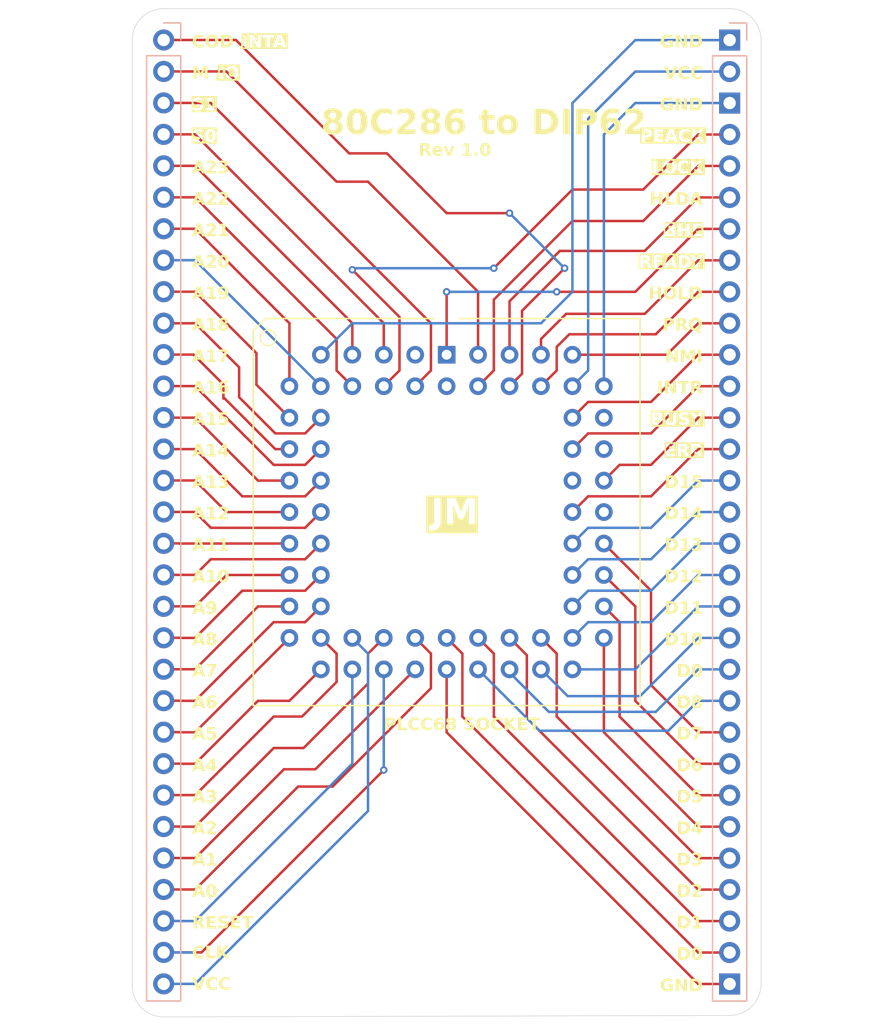
<source format=kicad_pcb>
(kicad_pcb (version 20241229) (generator "pcbnew") (generator_version "9.0")
  (layers (0 "F.Cu" signal) (2 "B.Cu" signal) (13 "F.Paste" user) (15 "B.Paste" user) (5 "F.SilkS" user "F.Silkscreen") (7 "B.SilkS" user "B.Silkscreen") (1 "F.Mask" user) (3 "B.Mask" user) (25 "Edge.Cuts" user))
  (net 0 "")
  (net 1 "1")
  (net 2 "4")
  (net 3 "5")
  (net 4 "6")
  (net 5 "7")
  (net 6 "8")
  (net 7 "9")
  (net 8 "10")
  (net 9 "11")
  (net 10 "12")
  (net 11 "13")
  (net 12 "14")
  (net 13 "15")
  (net 14 "16")
  (net 15 "17")
  (net 16 "18")
  (net 17 "19")
  (net 18 "20")
  (net 19 "21")
  (net 20 "22")
  (net 21 "23")
  (net 22 "24")
  (net 23 "25")
  (net 24 "26")
  (net 25 "27")
  (net 26 "28")
  (net 27 "29")
  (net 28 "30")
  (net 29 "31")
  (net 30 "32")
  (net 31 "33")
  (net 32 "34")
  (net 33 "35")
  (net 34 "36")
  (net 35 "37")
  (net 36 "38")
  (net 37 "39")
  (net 38 "40")
  (net 39 "41")
  (net 40 "42")
  (net 41 "44")
  (net 42 "43")
  (net 43 "45")
  (net 44 "47")
  (net 45 "46")
  (net 46 "48")
  (net 47 "49")
  (net 48 "50")
  (net 49 "51")
  (net 50 "53")
  (net 51 "54")
  (net 52 "57")
  (net 53 "59")
  (net 54 "60")
  (net 55 "61")
  (net 56 "62")
  (net 57 "66")
  (net 58 "67")
  (net 59 "63")
  (net 60 "64")
  (net 61 "65")
  (net 62 "68")
  (footprint "Package_LCC:PLCC-68_THT-Socket" (layer "F.Cu") (at 73.66 75.36)
    (property "Reference" " " (hide yes))
    (property "Value" "PLCC-68_THT-Socket")
    (fp_line (start -15.625 -1.925) (end -15.625 28.325) (stroke (width 0.12)) (layer "F.SilkS"))
    (fp_line (start -15.625 28.325) (end 15.625 28.325) (stroke (width 0.12)) (layer "F.SilkS"))
    (fp_line (start -14.625 -2.925) (end -15.625 -1.925) (stroke (width 0.12)) (layer "F.SilkS"))
    (fp_line (start -1 -2.925) (end -14.625 -2.925) (stroke (width 0.12)) (layer "F.SilkS"))
    (fp_line (start 15.625 -2.925) (end 1 -2.925) (stroke (width 0.12)) (layer "F.SilkS"))
    (fp_line (start 15.625 28.325) (end 15.625 -2.925) (stroke (width 0.12)) (layer "F.SilkS"))
    (pad "1" thru_hole rect (at 0 0) (size 1.4224 1.4224) (drill 0.8) (layers "*.Cu" "*.Mask") (net 1 "1"))
    (pad "2" thru_hole circle (at 0 2.54) (size 1.4224 1.4224) (drill 0.8) (layers "*.Cu" "*.Mask"))
    (pad "3" thru_hole circle (at -2.54 0) (size 1.4224 1.4224) (drill 0.8) (layers "*.Cu" "*.Mask"))
    (pad "4" thru_hole circle (at -2.54 2.54) (size 1.4224 1.4224) (drill 0.8) (layers "*.Cu" "*.Mask") (net 2 "4"))
    (pad "5" thru_hole circle (at -5.08 0) (size 1.4224 1.4224) (drill 0.8) (layers "*.Cu" "*.Mask") (net 3 "5"))
    (pad "6" thru_hole circle (at -5.08 2.54) (size 1.4224 1.4224) (drill 0.8) (layers "*.Cu" "*.Mask") (net 4 "6"))
    (pad "7" thru_hole circle (at -7.62 0) (size 1.4224 1.4224) (drill 0.8) (layers "*.Cu" "*.Mask") (net 5 "7"))
    (pad "8" thru_hole circle (at -7.62 2.54) (size 1.4224 1.4224) (drill 0.8) (layers "*.Cu" "*.Mask") (net 6 "8"))
    (pad "9" thru_hole circle (at -10.16 0) (size 1.4224 1.4224) (drill 0.8) (layers "*.Cu" "*.Mask") (net 7 "9"))
    (pad "10" thru_hole circle (at -12.7 2.54) (size 1.4224 1.4224) (drill 0.8) (layers "*.Cu" "*.Mask") (net 8 "10"))
    (pad "11" thru_hole circle (at -10.16 2.54) (size 1.4224 1.4224) (drill 0.8) (layers "*.Cu" "*.Mask") (net 9 "11"))
    (pad "12" thru_hole circle (at -12.7 5.08) (size 1.4224 1.4224) (drill 0.8) (layers "*.Cu" "*.Mask") (net 10 "12"))
    (pad "13" thru_hole circle (at -10.16 5.08) (size 1.4224 1.4224) (drill 0.8) (layers "*.Cu" "*.Mask") (net 11 "13"))
    (pad "14" thru_hole circle (at -12.7 7.62) (size 1.4224 1.4224) (drill 0.8) (layers "*.Cu" "*.Mask") (net 12 "14"))
    (pad "15" thru_hole circle (at -10.16 7.62) (size 1.4224 1.4224) (drill 0.8) (layers "*.Cu" "*.Mask") (net 13 "15"))
    (pad "16" thru_hole circle (at -12.7 10.16) (size 1.4224 1.4224) (drill 0.8) (layers "*.Cu" "*.Mask") (net 14 "16"))
    (pad "17" thru_hole circle (at -10.16 10.16) (size 1.4224 1.4224) (drill 0.8) (layers "*.Cu" "*.Mask") (net 15 "17"))
    (pad "18" thru_hole circle (at -12.7 12.7) (size 1.4224 1.4224) (drill 0.8) (layers "*.Cu" "*.Mask") (net 16 "18"))
    (pad "19" thru_hole circle (at -10.16 12.7) (size 1.4224 1.4224) (drill 0.8) (layers "*.Cu" "*.Mask") (net 17 "19"))
    (pad "20" thru_hole circle (at -12.7 15.24) (size 1.4224 1.4224) (drill 0.8) (layers "*.Cu" "*.Mask") (net 18 "20"))
    (pad "21" thru_hole circle (at -10.16 15.24) (size 1.4224 1.4224) (drill 0.8) (layers "*.Cu" "*.Mask") (net 19 "21"))
    (pad "22" thru_hole circle (at -12.7 17.78) (size 1.4224 1.4224) (drill 0.8) (layers "*.Cu" "*.Mask") (net 20 "22"))
    (pad "23" thru_hole circle (at -10.16 17.78) (size 1.4224 1.4224) (drill 0.8) (layers "*.Cu" "*.Mask") (net 21 "23"))
    (pad "24" thru_hole circle (at -12.7 20.32) (size 1.4224 1.4224) (drill 0.8) (layers "*.Cu" "*.Mask") (net 22 "24"))
    (pad "25" thru_hole circle (at -10.16 20.32) (size 1.4224 1.4224) (drill 0.8) (layers "*.Cu" "*.Mask") (net 23 "25"))
    (pad "26" thru_hole circle (at -12.7 22.86) (size 1.4224 1.4224) (drill 0.8) (layers "*.Cu" "*.Mask") (net 24 "26"))
    (pad "27" thru_hole circle (at -10.16 25.4) (size 1.4224 1.4224) (drill 0.8) (layers "*.Cu" "*.Mask") (net 25 "27"))
    (pad "28" thru_hole circle (at -10.16 22.86) (size 1.4224 1.4224) (drill 0.8) (layers "*.Cu" "*.Mask") (net 26 "28"))
    (pad "29" thru_hole circle (at -7.62 25.4) (size 1.4224 1.4224) (drill 0.8) (layers "*.Cu" "*.Mask") (net 27 "29"))
    (pad "30" thru_hole circle (at -7.62 22.86) (size 1.4224 1.4224) (drill 0.8) (layers "*.Cu" "*.Mask") (net 28 "30"))
    (pad "31" thru_hole circle (at -5.08 25.4) (size 1.4224 1.4224) (drill 0.8) (layers "*.Cu" "*.Mask") (net 29 "31"))
    (pad "32" thru_hole circle (at -5.08 22.86) (size 1.4224 1.4224) (drill 0.8) (layers "*.Cu" "*.Mask") (net 30 "32"))
    (pad "33" thru_hole circle (at -2.54 25.4) (size 1.4224 1.4224) (drill 0.8) (layers "*.Cu" "*.Mask") (net 31 "33"))
    (pad "34" thru_hole circle (at -2.54 22.86) (size 1.4224 1.4224) (drill 0.8) (layers "*.Cu" "*.Mask") (net 32 "34"))
    (pad "35" thru_hole circle (at 0 25.4) (size 1.4224 1.4224) (drill 0.8) (layers "*.Cu" "*.Mask") (net 33 "35"))
    (pad "36" thru_hole circle (at 0 22.86) (size 1.4224 1.4224) (drill 0.8) (layers "*.Cu" "*.Mask") (net 34 "36"))
    (pad "37" thru_hole circle (at 2.54 25.4) (size 1.4224 1.4224) (drill 0.8) (layers "*.Cu" "*.Mask") (net 35 "37"))
    (pad "38" thru_hole circle (at 2.54 22.86) (size 1.4224 1.4224) (drill 0.8) (layers "*.Cu" "*.Mask") (net 36 "38"))
    (pad "39" thru_hole circle (at 5.08 25.4) (size 1.4224 1.4224) (drill 0.8) (layers "*.Cu" "*.Mask") (net 37 "39"))
    (pad "40" thru_hole circle (at 5.08 22.86) (size 1.4224 1.4224) (drill 0.8) (layers "*.Cu" "*.Mask") (net 38 "40"))
    (pad "41" thru_hole circle (at 7.62 25.4) (size 1.4224 1.4224) (drill 0.8) (layers "*.Cu" "*.Mask") (net 39 "41"))
    (pad "42" thru_hole circle (at 7.62 22.86) (size 1.4224 1.4224) (drill 0.8) (layers "*.Cu" "*.Mask") (net 40 "42"))
    (pad "43" thru_hole circle (at 10.16 25.4) (size 1.4224 1.4224) (drill 0.8) (layers "*.Cu" "*.Mask") (net 42 "43"))
    (pad "44" thru_hole circle (at 12.7 22.86) (size 1.4224 1.4224) (drill 0.8) (layers "*.Cu" "*.Mask") (net 41 "44"))
    (pad "45" thru_hole circle (at 10.16 22.86) (size 1.4224 1.4224) (drill 0.8) (layers "*.Cu" "*.Mask") (net 43 "45"))
    (pad "46" thru_hole circle (at 12.7 20.32) (size 1.4224 1.4224) (drill 0.8) (layers "*.Cu" "*.Mask") (net 45 "46"))
    (pad "47" thru_hole circle (at 10.16 20.32) (size 1.4224 1.4224) (drill 0.8) (layers "*.Cu" "*.Mask") (net 44 "47"))
    (pad "48" thru_hole circle (at 12.7 17.78) (size 1.4224 1.4224) (drill 0.8) (layers "*.Cu" "*.Mask") (net 46 "48"))
    (pad "49" thru_hole circle (at 10.16 17.78) (size 1.4224 1.4224) (drill 0.8) (layers "*.Cu" "*.Mask") (net 47 "49"))
    (pad "50" thru_hole circle (at 12.7 15.24) (size 1.4224 1.4224) (drill 0.8) (layers "*.Cu" "*.Mask") (net 48 "50"))
    (pad "51" thru_hole circle (at 10.16 15.24) (size 1.4224 1.4224) (drill 0.8) (layers "*.Cu" "*.Mask") (net 49 "51"))
    (pad "52" thru_hole circle (at 12.7 12.7) (size 1.4224 1.4224) (drill 0.8) (layers "*.Cu" "*.Mask"))
    (pad "53" thru_hole circle (at 10.16 12.7) (size 1.4224 1.4224) (drill 0.8) (layers "*.Cu" "*.Mask") (net 50 "53"))
    (pad "54" thru_hole circle (at 12.7 10.16) (size 1.4224 1.4224) (drill 0.8) (layers "*.Cu" "*.Mask") (net 51 "54"))
    (pad "55" thru_hole circle (at 10.16 10.16) (size 1.4224 1.4224) (drill 0.8) (layers "*.Cu" "*.Mask"))
    (pad "56" thru_hole circle (at 12.7 7.62) (size 1.4224 1.4224) (drill 0.8) (layers "*.Cu" "*.Mask"))
    (pad "57" thru_hole circle (at 10.16 7.62) (size 1.4224 1.4224) (drill 0.8) (layers "*.Cu" "*.Mask") (net 52 "57"))
    (pad "58" thru_hole circle (at 12.7 5.08) (size 1.4224 1.4224) (drill 0.8) (layers "*.Cu" "*.Mask"))
    (pad "59" thru_hole circle (at 10.16 5.08) (size 1.4224 1.4224) (drill 0.8) (layers "*.Cu" "*.Mask") (net 53 "59"))
    (pad "60" thru_hole circle (at 12.7 2.54) (size 1.4224 1.4224) (drill 0.8) (layers "*.Cu" "*.Mask") (net 54 "60"))
    (pad "61" thru_hole circle (at 10.16 0) (size 1.4224 1.4224) (drill 0.8) (layers "*.Cu" "*.Mask") (net 55 "61"))
    (pad "62" thru_hole circle (at 10.16 2.54) (size 1.4224 1.4224) (drill 0.8) (layers "*.Cu" "*.Mask") (net 56 "62"))
    (pad "63" thru_hole circle (at 7.62 0) (size 1.4224 1.4224) (drill 0.8) (layers "*.Cu" "*.Mask") (net 59 "63"))
    (pad "64" thru_hole circle (at 7.62 2.54) (size 1.4224 1.4224) (drill 0.8) (layers "*.Cu" "*.Mask") (net 60 "64"))
    (pad "65" thru_hole circle (at 5.08 0) (size 1.4224 1.4224) (drill 0.8) (layers "*.Cu" "*.Mask") (net 61 "65"))
    (pad "66" thru_hole circle (at 5.08 2.54) (size 1.4224 1.4224) (drill 0.8) (layers "*.Cu" "*.Mask") (net 57 "66"))
    (pad "67" thru_hole circle (at 2.54 0) (size 1.4224 1.4224) (drill 0.8) (layers "*.Cu" "*.Mask") (net 58 "67"))
    (pad "68" thru_hole circle (at 2.54 2.54) (size 1.4224 1.4224) (drill 0.8) (layers "*.Cu" "*.Mask") (net 62 "68"))
  )
  (footprint "Connector_PinHeader_2.54mm:PinHeader_1x31_P2.54mm_Vertical" (layer "B.Cu") (at 96.52 49.96 180)
    (property "Reference" "REF**")
    (property "Value" "PinHeader_1x31_P2.54mm_Vertical")
    (fp_line (start 1.38 -1.27) (end 1.38 -77.58) (stroke (width 0.12)) (layer "B.SilkS"))
    (fp_line (start -1.38 1.38) (end 0 1.38) (stroke (width 0.12)) (layer "B.SilkS"))
    (fp_line (start -1.38 0) (end -1.38 1.38) (stroke (width 0.12)) (layer "B.SilkS"))
    (fp_line (start -1.38 -1.27) (end 1.38 -1.27) (stroke (width 0.12)) (layer "B.SilkS"))
    (fp_line (start -1.38 -1.27) (end -1.38 -77.58) (stroke (width 0.12)) (layer "B.SilkS"))
    (fp_line (start -1.38 -77.58) (end 1.38 -77.58) (stroke (width 0.12)) (layer "B.SilkS"))
    (pad "32" thru_hole rect (at 0 -76.2 180) (size 1.7 1.7) (drill 1) (layers "*.Cu" "*.Mask") (net 33 "35"))
    (pad "33" thru_hole circle (at 0 -73.66 180) (size 1.7 1.7) (drill 1) (layers "*.Cu" "*.Mask") (net 34 "36"))
    (pad "34" thru_hole circle (at 0 -71.12 180) (size 1.7 1.7) (drill 1) (layers "*.Cu" "*.Mask") (net 36 "38"))
    (pad "35" thru_hole circle (at 0 -68.58 180) (size 1.7 1.7) (drill 1) (layers "*.Cu" "*.Mask") (net 38 "40"))
    (pad "36" thru_hole circle (at 0 -66.04 180) (size 1.7 1.7) (drill 1) (layers "*.Cu" "*.Mask") (net 40 "42"))
    (pad "37" thru_hole circle (at 0 -63.5 180) (size 1.7 1.7) (drill 1) (layers "*.Cu" "*.Mask") (net 41 "44"))
    (pad "38" thru_hole circle (at 0 -60.96 180) (size 1.7 1.7) (drill 1) (layers "*.Cu" "*.Mask") (net 45 "46"))
    (pad "39" thru_hole circle (at 0 -58.42 180) (size 1.7 1.7) (drill 1) (layers "*.Cu" "*.Mask") (net 46 "48"))
    (pad "40" thru_hole circle (at 0 -55.88 180) (size 1.7 1.7) (drill 1) (layers "*.Cu" "*.Mask") (net 48 "50"))
    (pad "41" thru_hole circle (at 0 -53.34 180) (size 1.7 1.7) (drill 1) (layers "*.Cu" "*.Mask") (net 35 "37"))
    (pad "42" thru_hole circle (at 0 -50.8 180) (size 1.7 1.7) (drill 1) (layers "*.Cu" "*.Mask") (net 37 "39"))
    (pad "43" thru_hole circle (at 0 -48.26 180) (size 1.7 1.7) (drill 1) (layers "*.Cu" "*.Mask") (net 39 "41"))
    (pad "44" thru_hole circle (at 0 -45.72 180) (size 1.7 1.7) (drill 1) (layers "*.Cu" "*.Mask") (net 42 "43"))
    (pad "45" thru_hole circle (at 0 -43.18 180) (size 1.7 1.7) (drill 1) (layers "*.Cu" "*.Mask") (net 43 "45"))
    (pad "46" thru_hole circle (at 0 -40.64 180) (size 1.7 1.7) (drill 1) (layers "*.Cu" "*.Mask") (net 44 "47"))
    (pad "47" thru_hole circle (at 0 -38.1 180) (size 1.7 1.7) (drill 1) (layers "*.Cu" "*.Mask") (net 47 "49"))
    (pad "48" thru_hole circle (at 0 -35.56 180) (size 1.7 1.7) (drill 1) (layers "*.Cu" "*.Mask") (net 49 "51"))
    (pad "49" thru_hole circle (at 0 -33.02 180) (size 1.7 1.7) (drill 1) (layers "*.Cu" "*.Mask") (net 50 "53"))
    (pad "50" thru_hole circle (at 0 -30.48 180) (size 1.7 1.7) (drill 1) (layers "*.Cu" "*.Mask") (net 51 "54"))
    (pad "51" thru_hole circle (at 0 -27.94 180) (size 1.7 1.7) (drill 1) (layers "*.Cu" "*.Mask") (net 52 "57"))
    (pad "52" thru_hole circle (at 0 -25.4 180) (size 1.7 1.7) (drill 1) (layers "*.Cu" "*.Mask") (net 53 "59"))
    (pad "53" thru_hole circle (at 0 -22.86 180) (size 1.7 1.7) (drill 1) (layers "*.Cu" "*.Mask") (net 55 "61"))
    (pad "54" thru_hole circle (at 0 -20.32 180) (size 1.7 1.7) (drill 1) (layers "*.Cu" "*.Mask") (net 60 "64"))
    (pad "55" thru_hole circle (at 0 -17.78 180) (size 1.7 1.7) (drill 1) (layers "*.Cu" "*.Mask") (net 59 "63"))
    (pad "56" thru_hole circle (at 0 -15.24 180) (size 1.7 1.7) (drill 1) (layers "*.Cu" "*.Mask") (net 1 "1"))
    (pad "57" thru_hole circle (at 0 -12.7 180) (size 1.7 1.7) (drill 1) (layers "*.Cu" "*.Mask") (net 61 "65"))
    (pad "58" thru_hole circle (at 0 -10.16 180) (size 1.7 1.7) (drill 1) (layers "*.Cu" "*.Mask") (net 62 "68"))
    (pad "59" thru_hole circle (at 0 -7.62 180) (size 1.7 1.7) (drill 1) (layers "*.Cu" "*.Mask") (net 4 "6"))
    (pad "60" thru_hole rect (at 0 -5.08 180) (size 1.7 1.7) (drill 1) (layers "*.Cu" "*.Mask") (net 54 "60"))
    (pad "61" thru_hole circle (at 0 -2.54 180) (size 1.7 1.7) (drill 1) (layers "*.Cu" "*.Mask") (net 56 "62"))
    (pad "62" thru_hole rect (at 0 0 180) (size 1.7 1.7) (drill 1) (layers "*.Cu" "*.Mask") (net 7 "9"))
  )
  (footprint "Connector_PinHeader_2.54mm:PinHeader_1x31_P2.54mm_Vertical" (layer "B.Cu") (at 50.8 49.95 180)
    (property "Reference" "REF**")
    (property "Value" "PinHeader_1x31_P2.54mm_Vertical")
    (fp_line (start 1.38 -1.27) (end 1.38 -77.58) (stroke (width 0.12)) (layer "B.SilkS"))
    (fp_line (start -1.38 1.38) (end 0 1.38) (stroke (width 0.12)) (layer "B.SilkS"))
    (fp_line (start -1.38 0) (end -1.38 1.38) (stroke (width 0.12)) (layer "B.SilkS"))
    (fp_line (start -1.38 -1.27) (end 1.38 -1.27) (stroke (width 0.12)) (layer "B.SilkS"))
    (fp_line (start -1.38 -1.27) (end -1.38 -77.58) (stroke (width 0.12)) (layer "B.SilkS"))
    (fp_line (start -1.38 -77.58) (end 1.38 -77.58) (stroke (width 0.12)) (layer "B.SilkS"))
    (pad "1" thru_hole circle (at 0 0 180) (size 1.7 1.7) (drill 1) (property pad_prop_mechanical) (layers "*.Cu" "*.Mask") (net 57 "66"))
    (pad "2" thru_hole circle (at 0 -2.54 180) (size 1.7 1.7) (drill 1) (layers "*.Cu" "*.Mask") (net 58 "67"))
    (pad "3" thru_hole circle (at 0 -5.08 180) (size 1.7 1.7) (drill 1) (layers "*.Cu" "*.Mask") (net 2 "4"))
    (pad "4" thru_hole circle (at 0 -7.62 180) (size 1.7 1.7) (drill 1) (layers "*.Cu" "*.Mask") (net 3 "5"))
    (pad "5" thru_hole circle (at 0 -10.16 180) (size 1.7 1.7) (drill 1) (layers "*.Cu" "*.Mask") (net 5 "7"))
    (pad "6" thru_hole circle (at 0 -12.7 180) (size 1.7 1.7) (drill 1) (layers "*.Cu" "*.Mask") (net 6 "8"))
    (pad "7" thru_hole circle (at 0 -15.24 180) (size 1.7 1.7) (drill 1) (layers "*.Cu" "*.Mask") (net 8 "10"))
    (pad "8" thru_hole circle (at 0 -17.78 180) (size 1.7 1.7) (drill 1) (layers "*.Cu" "*.Mask") (net 9 "11"))
    (pad "9" thru_hole circle (at 0 -20.32 180) (size 1.7 1.7) (drill 1) (layers "*.Cu" "*.Mask") (net 10 "12"))
    (pad "10" thru_hole circle (at 0 -22.86 180) (size 1.7 1.7) (drill 1) (layers "*.Cu" "*.Mask") (net 11 "13"))
    (pad "11" thru_hole circle (at 0 -25.4 180) (size 1.7 1.7) (drill 1) (layers "*.Cu" "*.Mask") (net 12 "14"))
    (pad "12" thru_hole circle (at 0 -27.94 180) (size 1.7 1.7) (drill 1) (layers "*.Cu" "*.Mask") (net 13 "15"))
    (pad "13" thru_hole circle (at 0 -30.48 180) (size 1.7 1.7) (drill 1) (layers "*.Cu" "*.Mask") (net 14 "16"))
    (pad "14" thru_hole circle (at 0 -33.02 180) (size 1.7 1.7) (drill 1) (layers "*.Cu" "*.Mask") (net 15 "17"))
    (pad "15" thru_hole circle (at 0 -35.56 180) (size 1.7 1.7) (drill 1) (layers "*.Cu" "*.Mask") (net 16 "18"))
    (pad "16" thru_hole circle (at 0 -38.1 180) (size 1.7 1.7) (drill 1) (layers "*.Cu" "*.Mask") (net 17 "19"))
    (pad "17" thru_hole circle (at 0 -40.64 180) (size 1.7 1.7) (drill 1) (layers "*.Cu" "*.Mask") (net 18 "20"))
    (pad "18" thru_hole circle (at 0 -43.18 180) (size 1.7 1.7) (drill 1) (layers "*.Cu" "*.Mask") (net 19 "21"))
    (pad "19" thru_hole circle (at 0 -45.72 180) (size 1.7 1.7) (drill 1) (layers "*.Cu" "*.Mask") (net 20 "22"))
    (pad "20" thru_hole circle (at 0 -48.26 180) (size 1.7 1.7) (drill 1) (layers "*.Cu" "*.Mask") (net 21 "23"))
    (pad "21" thru_hole circle (at 0 -50.8 180) (size 1.7 1.7) (drill 1) (layers "*.Cu" "*.Mask") (net 22 "24"))
    (pad "22" thru_hole circle (at 0 -53.34 180) (size 1.7 1.7) (drill 1) (layers "*.Cu" "*.Mask") (net 23 "25"))
    (pad "23" thru_hole circle (at 0 -55.88 180) (size 1.7 1.7) (drill 1) (layers "*.Cu" "*.Mask") (net 24 "26"))
    (pad "24" thru_hole circle (at 0 -58.42 180) (size 1.7 1.7) (drill 1) (layers "*.Cu" "*.Mask") (net 25 "27"))
    (pad "25" thru_hole circle (at 0 -60.96 180) (size 1.7 1.7) (drill 1) (layers "*.Cu" "*.Mask") (net 26 "28"))
    (pad "26" thru_hole circle (at 0 -63.5 180) (size 1.7 1.7) (drill 1) (layers "*.Cu" "*.Mask") (net 30 "32"))
    (pad "27" thru_hole circle (at 0 -66.04 180) (size 1.7 1.7) (drill 1) (layers "*.Cu" "*.Mask") (net 31 "33"))
    (pad "28" thru_hole circle (at 0 -68.58 180) (size 1.7 1.7) (drill 1) (layers "*.Cu" "*.Mask") (net 32 "34"))
    (pad "29" thru_hole circle (at 0 -71.12 180) (size 1.7 1.7) (drill 1) (layers "*.Cu" "*.Mask") (net 27 "29"))
    (pad "30" thru_hole circle (at 0 -73.66 180) (size 1.7 1.7) (drill 1) (layers "*.Cu" "*.Mask") (net 29 "31"))
    (pad "31" thru_hole circle (at 0 -76.2 180) (size 1.7 1.7) (drill 1) (layers "*.Cu" "*.Mask") (net 28 "30"))
  )
  (gr_circle (center 59.229132 73.997) (end 59.729132 74.385402) (stroke (width 0.1)) (fill no) (layer "F.SilkS"))
  (gr_arc (start 96.52 47.42) (mid 98.316051 48.163949) (end 99.06 49.96) (stroke (width 0.05)) (layer "Edge.Cuts"))
  (gr_line (start 50.8 47.42) (end 96.52 47.42) (stroke (width 0.05)) (layer "Edge.Cuts"))
  (gr_line (start 48.26 126.277) (end 48.26 49.96) (stroke (width 0.05)) (layer "Edge.Cuts"))
  (gr_arc (start 99.06 126.16) (mid 98.316051 127.956051) (end 96.52 128.7) (stroke (width 0.05)) (layer "Edge.Cuts"))
  (gr_arc (start 50.8 128.817) (mid 49.003949 128.073051) (end 48.26 126.277) (stroke (width 0.05)) (layer "Edge.Cuts"))
  (gr_line (start 99.06 126.16) (end 99.06 49.96) (stroke (width 0.05)) (layer "Edge.Cuts"))
  (gr_line (start 96.52 128.698755) (end 50.8 128.817) (stroke (width 0.05)) (layer "Edge.Cuts"))
  (gr_arc (start 48.26 49.96) (mid 49.003949 48.163949) (end 50.8 47.42) (stroke (width 0.05)) (layer "Edge.Cuts"))
  (gr_text "A12" (at 53.086 88.822 0) (layer "F.SilkS") (effects (font (size 1 1) (thickness 0.25) (bold yes)) (justify left bottom)))
  (gr_text "A10" (at 53.086 93.902 0) (layer "F.SilkS") (effects (font (size 1 1) (thickness 0.25) (bold yes)) (justify left bottom)))
  (gr_text "A13" (at 53.086 86.282 0) (layer "F.SilkS") (effects (font (size 1 1) (thickness 0.25) (bold yes)) (justify left bottom)))
  (gr_text "D12" (at 94.361 93.902 0) (layer "F.SilkS") (effects (font (size 1 1) (thickness 0.25) (bold yes)) (justify right bottom)))
  (gr_text "ERR" (at 94.361 83.742 0) (layer "F.SilkS" knockout) (effects (font (size 1 1) (thickness 0.25) (bold yes)) (justify right bottom)))
  (gr_text "A1" (at 53.086 116.762 0) (layer "F.SilkS") (effects (font (size 1 1) (thickness 0.25) (bold yes)) (justify left bottom)))
  (gr_text "80C286 to DIP62" (at 63.5 57.89 0) (layer "F.SilkS") (effects (font (size 2 2) (thickness 0.25) (bold yes)) (justify left bottom)))
  (gr_text "IO" (at 56.896 53.262 0) (layer "F.SilkS" knockout) (effects (font (size 1 1) (thickness 0.25) (bold yes)) (justify right bottom)))
  (gr_text "PRQ" (at 94.361 73.582 0) (layer "F.SilkS") (effects (font (size 1 1) (thickness 0.25) (bold yes)) (justify right bottom)))
  (gr_text "A11" (at 53.086 91.362 0) (layer "F.SilkS") (effects (font (size 1 1) (thickness 0.25) (bold yes)) (justify left bottom)))
  (gr_text "S1" (at 53.086 55.802 0) (layer "F.SilkS" knockout) (effects (font (size 1 1) (thickness 0.25) (bold yes)) (justify left bottom)))
  (gr_text "BHE" (at 91.186 65.962 0) (layer "F.SilkS" knockout) (effects (font (size 1 1) (thickness 0.25) (bold yes)) (justify left bottom)))
  (gr_text "D11" (at 94.361 96.442 0) (layer "F.SilkS") (effects (font (size 1 1) (thickness 0.25) (bold yes)) (justify right bottom)))
  (gr_text "A22" (at 53.086 63.422 0) (layer "F.SilkS") (effects (font (size 1 1) (thickness 0.25) (bold yes)) (justify left bottom)))
  (gr_text "A7" (at 53.086 101.522 0) (layer "F.SilkS") (effects (font (size 1 1) (thickness 0.25) (bold yes)) (justify left bottom)))
  (gr_text "D8" (at 94.361 104.062 0) (layer "F.SilkS") (effects (font (size 1 1) (thickness 0.25) (bold yes)) (justify right bottom)))
  (gr_text "JM" (at 72.39 89.33 0) (layer "F.SilkS" knockout) (effects (font (size 2 2) (thickness 0.2) (bold yes)) (justify left bottom)))
  (gr_text "D7" (at 94.361 106.602 0) (layer "F.SilkS") (effects (font (size 1 1) (thickness 0.25) (bold yes)) (justify right bottom)))
  (gr_text "S0" (at 53.086 58.342 0) (layer "F.SilkS" knockout) (effects (font (size 1 1) (thickness 0.25) (bold yes)) (justify left bottom)))
  (gr_text "A21" (at 53.086 65.962 0) (layer "F.SilkS") (effects (font (size 1 1) (thickness 0.25) (bold yes)) (justify left bottom)))
  (gr_text "VCC" (at 53.086 126.795 0) (layer "F.SilkS") (effects (font (size 1 1) (thickness 0.25) (bold yes)) (justify left bottom)))
  (gr_text "D0" (at 94.361 124.382 0) (layer "F.SilkS") (effects (font (size 1 1) (thickness 0.25) (bold yes)) (justify right bottom)))
  (gr_text "PEACK" (at 89.281 58.342 0) (layer "F.SilkS" knockout) (effects (font (size 1 1) (thickness 0.25) (bold yes)) (justify left bottom)))
  (gr_text "D6" (at 94.361 109.142 0) (layer "F.SilkS") (effects (font (size 1 1) (thickness 0.25) (bold yes)) (justify right bottom)))
  (gr_text "D13" (at 94.361 91.362 0) (layer "F.SilkS") (effects (font (size 1 1) (thickness 0.25) (bold yes)) (justify right bottom)))
  (gr_text "VCC" (at 94.361 53.262 0) (layer "F.SilkS") (effects (font (size 1 1) (thickness 0.25) (bold yes)) (justify right bottom)))
  (gr_text "A17" (at 53.086 76.122 0) (layer "F.SilkS") (effects (font (size 1 1) (thickness 0.25) (bold yes)) (justify left bottom)))
  (gr_text "D0" (at 94.361 101.522 0) (layer "F.SilkS") (effects (font (size 1 1) (thickness 0.25) (bold yes)) (justify right bottom)))
  (gr_text "LOCK" (at 94.361 60.882 0) (layer "F.SilkS" knockout) (effects (font (size 1 1) (thickness 0.25) (bold yes)) (justify right bottom)))
  (gr_text "BUSY" (at 94.361 81.202 0) (layer "F.SilkS" knockout) (effects (font (size 1 1) (thickness 0.25) (bold yes)) (justify right bottom)))
  (gr_text "A0" (at 53.086 119.302 0) (layer "F.SilkS") (effects (font (size 1 1) (thickness 0.25) (bold yes)) (justify left bottom)))
  (gr_text "A4" (at 53.086 109.142 0) (layer "F.SilkS") (effects (font (size 1 1) (thickness 0.25) (bold yes)) (justify left bottom)))
  (gr_text "NMI" (at 94.361 76.122 0) (layer "F.SilkS") (effects (font (size 1 1) (thickness 0.25) (bold yes)) (justify right bottom)))
  (gr_text "GND" (at 94.361 50.722 0) (layer "F.SilkS") (effects (font (size 1 1) (thickness 0.25) (bold yes)) (justify right bottom)))
  (gr_text "GND" (at 94.361 126.922 0) (layer "F.SilkS") (effects (font (size 1 1) (thickness 0.25) (bold yes)) (justify right bottom)))
  (gr_text "D15" (at 94.361 86.282 0) (layer "F.SilkS") (effects (font (size 1 1) (thickness 0.25) (bold yes)) (justify right bottom)))
  (gr_text "A6" (at 53.086 104.062 0) (layer "F.SilkS") (effects (font (size 1 1) (thickness 0.25) (bold yes)) (justify left bottom)))
  (gr_text "A15" (at 53.086 81.202 0) (layer "F.SilkS") (effects (font (size 1 1) (thickness 0.25) (bold yes)) (justify left bottom)))
  (gr_text "A20" (at 53.086 68.502 0) (layer "F.SilkS") (effects (font (size 1 1) (thickness 0.25) (bold yes)) (justify left bottom)))
  (gr_text "COD /" (at 53.086 50.722 0) (layer "F.SilkS") (effects (font (size 1 1) (thickness 0.2) (bold yes)) (justify left bottom)))
  (gr_text "D10\n" (at 94.361 98.982 0) (layer "F.SilkS") (effects (font (size 1 1) (thickness 0.25) (bold yes)) (justify right bottom)))
  (gr_text "INTA" (at 60.706 50.722 0) (layer "F.SilkS" knockout) (effects (font (size 1 1) (thickness 0.25) (bold yes)) (justify right bottom)))
  (gr_text "D2" (at 94.361 119.302 0) (layer "F.SilkS") (effects (font (size 1 1) (thickness 0.25) (bold yes)) (justify right bottom)))
  (gr_text "GND" (at 94.361 55.802 0) (layer "F.SilkS") (effects (font (size 1 1) (thickness 0.25) (bold yes)) (justify right bottom)))
  (gr_text "A16" (at 53.086 78.662 0) (layer "F.SilkS") (effects (font (size 1 1) (thickness 0.25) (bold yes)) (justify left bottom)))
  (gr_text "HOLD" (at 94.361 71.042 0) (layer "F.SilkS") (effects (font (size 1 1) (thickness 0.25) (bold yes)) (justify right bottom)))
  (gr_text "A8" (at 53.086 98.982 0) (layer "F.SilkS") (effects (font (size 1 1) (thickness 0.25) (bold yes)) (justify left bottom)))
  (gr_text "D5" (at 94.361 111.682 0) (layer "F.SilkS") (effects (font (size 1 1) (thickness 0.25) (bold yes)) (justify right bottom)))
  (gr_text "D1" (at 94.361 121.842 0) (layer "F.SilkS") (effects (font (size 1 1) (thickness 0.25) (bold yes)) (justify right bottom)))
  (gr_text "A14" (at 53.086 83.742 0) (layer "F.SilkS") (effects (font (size 1 1) (thickness 0.25) (bold yes)) (justify left bottom)))
  (gr_text "A2" (at 53.086 114.222 0) (layer "F.SilkS") (effects (font (size 1 1) (thickness 0.25) (bold yes)) (justify left bottom)))
  (gr_text "D14" (at 94.361 88.822 0) (layer "F.SilkS") (effects (font (size 1 1) (thickness 0.25) (bold yes)) (justify right bottom)))
  (gr_text "READY" (at 94.361 68.502 0) (layer "F.SilkS" knockout) (effects (font (size 1 1) (thickness 0.25) (bold yes)) (justify right bottom)))
  (gr_text "D3" (at 94.361 116.762 0) (layer "F.SilkS") (effects (font (size 1 1) (thickness 0.25) (bold yes)) (justify right bottom)))
  (gr_text "A9" (at 53.086 96.442 0) (layer "F.SilkS") (effects (font (size 1 1) (thickness 0.25) (bold yes)) (justify left bottom)))
  (gr_text "A5" (at 53.086 106.602 0) (layer "F.SilkS") (effects (font (size 1 1) (thickness 0.25) (bold yes)) (justify left bottom)))
  (gr_text "CLK" (at 53.086 124.255 0) (layer "F.SilkS") (effects (font (size 1 1) (thickness 0.25) (bold yes)) (justify left bottom)))
  (gr_text "RESET" (at 53.086 121.842 0) (layer "F.SilkS") (effects (font (size 1 1) (thickness 0.25) (bold yes)) (justify left bottom)))
  (gr_text "D4" (at 94.361 114.222 0) (layer "F.SilkS") (effects (font (size 1 1) (thickness 0.25) (bold yes)) (justify right bottom)))
  (gr_text "A3" (at 53.086 111.682 0) (layer "F.SilkS") (effects (font (size 1 1) (thickness 0.25) (bold yes)) (justify left bottom)))
  (gr_text "Rev 1.0" (at 71.37 59.47 0) (layer "F.SilkS") (effects (font (size 1 1) (thickness 0.2) (bold yes)) (justify left bottom)))
  (gr_text "A18" (at 53.086 73.582 0) (layer "F.SilkS") (effects (font (size 1 1) (thickness 0.25) (bold yes)) (justify left bottom)))
  (gr_text "A23" (at 53.086 60.882 0) (layer "F.SilkS") (effects (font (size 1 1) (thickness 0.25) (bold yes)) (justify left bottom)))
  (gr_text "M /" (at 53.086 53.262 0) (layer "F.SilkS") (effects (font (size 1 1) (thickness 0.2) (bold yes)) (justify left bottom)))
  (gr_text "HLDA" (at 94.361 63.422 0) (layer "F.SilkS") (effects (font (size 1 1) (thickness 0.25) (bold yes)) (justify right bottom)))
  (gr_text "A19" (at 53.086 71.042 0) (layer "F.SilkS") (effects (font (size 1 1) (thickness 0.25) (bold yes)) (justify left bottom)))
  (gr_text "INTR" (at 94.361 78.662 0) (layer "F.SilkS") (effects (font (size 1 1) (thickness 0.25) (bold yes)) (justify right bottom)))
  (gr_text "PLCC68 SOCKET" (at 68.58 105.84 0) (layer "F.SilkS") (effects (font (size 1 1) (thickness 0.25) (bold yes)) (justify left bottom)))
  (segment (start 96.52 65.2) (end 93.98 65.2) (width 0.2) (layer "F.Cu") (net 1))
  (segment (start 93.98 65.2) (end 88.9 70.28) (width 0.2) (layer "F.Cu") (net 1))
  (segment (start 88.9 70.28) (end 82.55 70.28) (width 0.2) (layer "F.Cu") (net 1))
  (segment (start 73.66 75.36) (end 73.66 70.28) (width 0.2) (layer "F.Cu") (net 1))
  (via (at 73.66 70.28) (size 0.6) (drill 0.3) (layers "F.Cu" "B.Cu") (net 1))
  (via (at 82.55 70.28) (size 0.6) (drill 0.3) (layers "F.Cu" "B.Cu") (net 1))
  (segment (start 82.55 70.28) (end 73.66 70.28) (width 0.2) (layer "B.Cu") (net 1))
  (segment (start 54.61 55.04) (end 72.39 72.82) (width 0.2) (layer "F.Cu") (net 2))
  (segment (start 53.34 55.04) (end 54.61 55.04) (width 0.2) (layer "F.Cu") (net 2))
  (segment (start 50.81 55.04) (end 50.8 55.03) (width 0.2) (layer "F.Cu") (net 2))
  (segment (start 53.33 55.03) (end 53.34 55.04) (width 0.2) (layer "F.Cu") (net 2))
  (segment (start 72.39 72.82) (end 72.39 76.63) (width 0.2) (layer "F.Cu") (net 2))
  (segment (start 72.39 76.63) (end 71.12 77.9) (width 0.2) (layer "F.Cu") (net 2))
  (segment (start 50.8 55.03) (end 53.33 55.03) (width 0.2) (layer "F.Cu") (net 2))
  (segment (start 68.58 75.36) (end 68.58 73.455) (width 0.2) (layer "F.Cu") (net 3))
  (segment (start 50.8 57.57) (end 53.33 57.57) (width 0.2) (layer "F.Cu") (net 3))
  (segment (start 68.58 72.82) (end 68.58 73.455) (width 0.2) (layer "F.Cu") (net 3))
  (segment (start 53.33 57.57) (end 68.58 72.82) (width 0.2) (layer "F.Cu") (net 3))
  (segment (start 68.58 77.9) (end 69.85 76.63) (width 0.2) (layer "F.Cu") (net 4))
  (segment (start 69.85 76.63) (end 69.85 72.82) (width 0.2) (layer "F.Cu") (net 4))
  (segment (start 69.85 72.82) (end 69.85 72.312) (width 0.2) (layer "F.Cu") (net 4))
  (segment (start 93.98 57.58) (end 89.535 62.025) (width 0.2) (layer "F.Cu") (net 4))
  (segment (start 89.535 62.025) (end 83.82 62.025) (width 0.2) (layer "F.Cu") (net 4))
  (segment (start 96.52 57.58) (end 93.98 57.58) (width 0.2) (layer "F.Cu") (net 4))
  (segment (start 69.85 72.312) (end 66.04 68.502) (width 0.2) (layer "F.Cu") (net 4))
  (segment (start 83.82 62.025) (end 77.47 68.375) (width 0.2) (layer "F.Cu") (net 4))
  (via (at 66.04 68.502) (size 0.6) (drill 0.3) (layers "F.Cu" "B.Cu") (net 4))
  (via (at 77.47 68.375) (size 0.6) (drill 0.3) (layers "F.Cu" "B.Cu") (net 4))
  (segment (start 66.167 68.375) (end 66.04 68.502) (width 0.2) (layer "B.Cu") (net 4))
  (segment (start 77.47 68.375) (end 66.167 68.375) (width 0.2) (layer "B.Cu") (net 4))
  (segment (start 66.04 72.82) (end 66.04 75.36) (width 0.2) (layer "F.Cu") (net 5))
  (segment (start 53.33 60.11) (end 66.04 72.82) (width 0.2) (layer "F.Cu") (net 5))
  (segment (start 50.8 60.11) (end 53.33 60.11) (width 0.2) (layer "F.Cu") (net 5))
  (segment (start 53.33 62.65) (end 64.77 74.09) (width 0.2) (layer "F.Cu") (net 6))
  (segment (start 64.77 74.09) (end 64.77 76.63) (width 0.2) (layer "F.Cu") (net 6))
  (segment (start 50.8 62.65) (end 53.33 62.65) (width 0.2) (layer "F.Cu") (net 6))
  (segment (start 64.77 76.63) (end 66.04 77.9) (width 0.2) (layer "F.Cu") (net 6))
  (segment (start 88.9 49.96) (end 96.52 49.96) (width 0.2) (layer "B.Cu") (net 7))
  (segment (start 83.82 55.04) (end 88.9 49.96) (width 0.2) (layer "B.Cu") (net 7))
  (segment (start 63.5 75.36) (end 66.04 72.82) (width 0.2) (layer "B.Cu") (net 7))
  (segment (start 81.28 72.82) (end 83.82 70.28) (width 0.2) (layer "B.Cu") (net 7))
  (segment (start 83.82 70.28) (end 83.82 55.04) (width 0.2) (layer "B.Cu") (net 7))
  (segment (start 66.04 72.82) (end 81.28 72.82) (width 0.2) (layer "B.Cu") (net 7))
  (segment (start 60.96 72.82) (end 60.96 77.9) (width 0.2) (layer "F.Cu") (net 8))
  (segment (start 53.33 65.19) (end 60.96 72.82) (width 0.2) (layer "F.Cu") (net 8))
  (segment (start 50.8 65.19) (end 53.33 65.19) (width 0.2) (layer "F.Cu") (net 8))
  (segment (start 53.33 67.73) (end 50.8 67.73) (width 0.2) (layer "B.Cu") (net 9))
  (segment (start 63.5 77.9) (end 53.33 67.73) (width 0.2) (layer "B.Cu") (net 9))
  (segment (start 60.96 80.44) (end 58.293 77.773) (width 0.2) (layer "F.Cu") (net 10))
  (segment (start 58.293 75.233) (end 53.33 70.27) (width 0.2) (layer "F.Cu") (net 10))
  (segment (start 58.293 77.773) (end 58.293 75.233) (width 0.2) (layer "F.Cu") (net 10))
  (segment (start 53.33 70.27) (end 50.8 70.27) (width 0.2) (layer "F.Cu") (net 10))
  (segment (start 62.23 81.71) (end 59.817 81.71) (width 0.2) (layer "F.Cu") (net 11))
  (segment (start 59.817 81.71) (end 56.896 78.789) (width 0.2) (layer "F.Cu") (net 11))
  (segment (start 56.896 78.789) (end 56.896 76.376) (width 0.2) (layer "F.Cu") (net 11))
  (segment (start 50.81 72.82) (end 50.8 72.81) (width 0.2) (layer "F.Cu") (net 11))
  (segment (start 56.896 76.376) (end 53.34 72.82) (width 0.2) (layer "F.Cu") (net 11))
  (segment (start 53.34 72.82) (end 50.81 72.82) (width 0.2) (layer "F.Cu") (net 11))
  (segment (start 63.5 80.44) (end 62.23 81.71) (width 0.2) (layer "F.Cu") (net 11))
  (segment (start 59.817 82.98) (end 55.626 78.789) (width 0.2) (layer "F.Cu") (net 12))
  (segment (start 55.626 78.906) (end 55.626 77.763) (width 0.2) (layer "F.Cu") (net 12))
  (segment (start 60.96 82.98) (end 59.817 82.98) (width 0.2) (layer "F.Cu") (net 12))
  (segment (start 53.213 75.35) (end 50.8 75.35) (width 0.2) (layer "F.Cu") (net 12))
  (segment (start 55.626 77.763) (end 53.213 75.35) (width 0.2) (layer "F.Cu") (net 12))
  (segment (start 59.69 84.25) (end 53.33 77.89) (width 0.2) (layer "F.Cu") (net 13))
  (segment (start 63.5 82.98) (end 62.23 84.25) (width 0.2) (layer "F.Cu") (net 13))
  (segment (start 53.33 77.89) (end 50.8 77.89) (width 0.2) (layer "F.Cu") (net 13))
  (segment (start 62.23 84.25) (end 59.69 84.25) (width 0.2) (layer "F.Cu") (net 13))
  (segment (start 53.34 80.44) (end 58.42 85.52) (width 0.2) (layer "F.Cu") (net 14))
  (segment (start 50.81 80.44) (end 50.8 80.43) (width 0.2) (layer "F.Cu") (net 14))
  (segment (start 58.42 85.52) (end 60.96 85.52) (width 0.2) (layer "F.Cu") (net 14))
  (segment (start 53.34 80.44) (end 50.81 80.44) (width 0.2) (layer "F.Cu") (net 14))
  (segment (start 62.23 86.79) (end 57.15 86.79) (width 0.2) (layer "F.Cu") (net 15))
  (segment (start 53.34 82.98) (end 50.81 82.98) (width 0.2) (layer "F.Cu") (net 15))
  (segment (start 57.15 86.79) (end 53.34 82.98) (width 0.2) (layer "F.Cu") (net 15))
  (segment (start 50.81 82.98) (end 50.8 82.97) (width 0.2) (layer "F.Cu") (net 15))
  (segment (start 63.5 85.52) (end 62.23 86.79) (width 0.2) (layer "F.Cu") (net 15))
  (segment (start 55.88 88.06) (end 53.33 85.51) (width 0.2) (layer "F.Cu") (net 16))
  (segment (start 53.33 85.51) (end 50.8 85.51) (width 0.2) (layer "F.Cu") (net 16))
  (segment (start 60.96 88.06) (end 55.88 88.06) (width 0.2) (layer "F.Cu") (net 16))
  (segment (start 53.33 88.05) (end 50.8 88.05) (width 0.2) (layer "F.Cu") (net 17))
  (segment (start 54.61 89.33) (end 53.33 88.05) (width 0.2) (layer "F.Cu") (net 17))
  (segment (start 63.5 88.06) (end 62.23 89.33) (width 0.2) (layer "F.Cu") (net 17))
  (segment (start 62.23 89.33) (end 54.61 89.33) (width 0.2) (layer "F.Cu") (net 17))
  (segment (start 60.96 90.6) (end 52.07 90.6) (width 0.2) (layer "F.Cu") (net 18))
  (segment (start 52.06 90.59) (end 50.8 90.59) (width 0.2) (layer "F.Cu") (net 18))
  (segment (start 52.07 90.6) (end 52.06 90.59) (width 0.2) (layer "F.Cu") (net 18))
  (segment (start 53.34 93.14) (end 53.33 93.13) (width 0.2) (layer "F.Cu") (net 19))
  (segment (start 63.5 90.6) (end 62.23 91.87) (width 0.2) (layer "F.Cu") (net 19))
  (segment (start 53.33 93.13) (end 50.8 93.13) (width 0.2) (layer "F.Cu") (net 19))
  (segment (start 54.61 91.87) (end 53.34 93.14) (width 0.2) (layer "F.Cu") (net 19))
  (segment (start 62.23 91.87) (end 54.61 91.87) (width 0.2) (layer "F.Cu") (net 19))
  (segment (start 55.88 93.14) (end 53.35 95.67) (width 0.2) (layer "F.Cu") (net 20))
  (segment (start 53.35 95.67) (end 50.8 95.67) (width 0.2) (layer "F.Cu") (net 20))
  (segment (start 60.96 93.14) (end 55.88 93.14) (width 0.2) (layer "F.Cu") (net 20))
  (segment (start 53.34 98.22) (end 52.07 98.22) (width 0.2) (layer "F.Cu") (net 21))
  (segment (start 57.15 94.41) (end 62.23 94.41) (width 0.2) (layer "F.Cu") (net 21))
  (segment (start 62.23 94.41) (end 63.5 93.14) (width 0.2) (layer "F.Cu") (net 21))
  (segment (start 52.06 98.21) (end 50.8 98.21) (width 0.2) (layer "F.Cu") (net 21))
  (segment (start 52.07 98.22) (end 52.06 98.21) (width 0.2) (layer "F.Cu") (net 21))
  (segment (start 53.34 98.22) (end 57.15 94.41) (width 0.2) (layer "F.Cu") (net 21))
  (segment (start 53.34 100.76) (end 53.33 100.75) (width 0.2) (layer "F.Cu") (net 22))
  (segment (start 53.34 100.76) (end 58.42 95.68) (width 0.2) (layer "F.Cu") (net 22))
  (segment (start 53.33 100.75) (end 50.8 100.75) (width 0.2) (layer "F.Cu") (net 22))
  (segment (start 58.42 95.68) (end 60.96 95.68) (width 0.2) (layer "F.Cu") (net 22))
  (segment (start 52.06 103.29) (end 50.8 103.29) (width 0.2) (layer "F.Cu") (net 23))
  (segment (start 52.07 103.3) (end 52.06 103.29) (width 0.2) (layer "F.Cu") (net 23))
  (segment (start 59.69 96.95) (end 62.23 96.95) (width 0.2) (layer "F.Cu") (net 23))
  (segment (start 53.34 103.3) (end 59.69 96.95) (width 0.2) (layer "F.Cu") (net 23))
  (segment (start 53.34 103.3) (end 52.07 103.3) (width 0.2) (layer "F.Cu") (net 23))
  (segment (start 62.23 96.95) (end 63.5 95.68) (width 0.2) (layer "F.Cu") (net 23))
  (segment (start 60.96 98.22) (end 53.34 105.84) (width 0.2) (layer "F.Cu") (net 24))
  (segment (start 53.34 105.84) (end 52.07 105.84) (width 0.2) (layer "F.Cu") (net 24))
  (segment (start 52.07 105.84) (end 52.06 105.83) (width 0.2) (layer "F.Cu") (net 24))
  (segment (start 52.06 105.83) (end 50.8 105.83) (width 0.2) (layer "F.Cu") (net 24))
  (segment (start 60.96 103.3) (end 58.42 103.3) (width 0.2) (layer "F.Cu") (net 25))
  (segment (start 53.34 108.38) (end 52.07 108.38) (width 0.2) (layer "F.Cu") (net 25))
  (segment (start 63.5 100.76) (end 60.96 103.3) (width 0.2) (layer "F.Cu") (net 25))
  (segment (start 58.42 103.3) (end 53.34 108.38) (width 0.2) (layer "F.Cu") (net 25))
  (segment (start 52.06 108.37) (end 50.8 108.37) (width 0.2) (layer "F.Cu") (net 25))
  (segment (start 52.07 108.38) (end 52.06 108.37) (width 0.2) (layer "F.Cu") (net 25))
  (segment (start 64.77 99.49) (end 63.5 98.22) (width 0.2) (layer "F.Cu") (net 26))
  (segment (start 53.33 110.91) (end 50.8 110.91) (width 0.2) (layer "F.Cu") (net 26))
  (segment (start 61.976 104.57) (end 64.77 101.776) (width 0.2) (layer "F.Cu") (net 26))
  (segment (start 53.34 110.92) (end 53.33 110.91) (width 0.2) (layer "F.Cu") (net 26))
  (segment (start 64.77 101.776) (end 64.77 99.49) (width 0.2) (layer "F.Cu") (net 26))
  (segment (start 53.34 110.92) (end 59.69 104.57) (width 0.2) (layer "F.Cu") (net 26))
  (segment (start 59.69 104.57) (end 61.976 104.57) (width 0.2) (layer "F.Cu") (net 26))
  (segment (start 52.06 121.07) (end 50.8 121.07) (width 0.2) (layer "B.Cu") (net 27))
  (segment (start 66.04 108.38) (end 66.04 100.76) (width 0.2) (layer "B.Cu") (net 27))
  (segment (start 52.07 121.08) (end 52.06 121.07) (width 0.2) (layer "B.Cu") (net 27))
  (segment (start 53.34 121.08) (end 52.07 121.08) (width 0.2) (layer "B.Cu") (net 27))
  (segment (start 53.34 121.08) (end 66.04 108.38) (width 0.2) (layer "B.Cu") (net 27))
  (segment (start 66.04 98.22) (end 67.31 99.49) (width 0.2) (layer "B.Cu") (net 28))
  (segment (start 67.31 99.49) (end 67.31 112.19) (width 0.2) (layer "B.Cu") (net 28))
  (segment (start 67.31 112.19) (end 53.34 126.16) (width 0.2) (layer "B.Cu") (net 28))
  (segment (start 53.33 126.15) (end 53.34 126.16) (width 0.2) (layer "B.Cu") (net 28))
  (segment (start 50.8 126.15) (end 53.33 126.15) (width 0.2) (layer "B.Cu") (net 28))
  (segment (start 68.58 108.888) (end 53.858 123.61) (width 0.2) (layer "F.Cu") (net 29))
  (segment (start 53.858 123.61) (end 50.8 123.61) (width 0.2) (layer "F.Cu") (net 29))
  (via (at 68.58 108.888) (size 0.6) (drill 0.3) (layers "F.Cu" "B.Cu") (net 29))
  (segment (start 53.34 123.62) (end 52.07 123.62) (width 0.2) (layer "B.Cu") (net 29))
  (segment (start 52.06 123.61) (end 50.8 123.61) (width 0.2) (layer "B.Cu") (net 29))
  (segment (start 52.07 123.62) (end 52.06 123.61) (width 0.2) (layer "B.Cu") (net 29))
  (segment (start 68.58 100.76) (end 68.58 108.888) (width 0.2) (layer "B.Cu") (net 29))
  (segment (start 53.34 113.46) (end 52.07 113.46) (width 0.2) (layer "F.Cu") (net 30))
  (segment (start 52.07 113.46) (end 52.06 113.45) (width 0.2) (layer "F.Cu") (net 30))
  (segment (start 67.31 99.49) (end 67.31 101.903) (width 0.2) (layer "F.Cu") (net 30))
  (segment (start 52.06 113.45) (end 50.8 113.45) (width 0.2) (layer "F.Cu") (net 30))
  (segment (start 67.31 101.903) (end 62.103 107.11) (width 0.2) (layer "F.Cu") (net 30))
  (segment (start 62.103 107.11) (end 59.69 107.11) (width 0.2) (layer "F.Cu") (net 30))
  (segment (start 59.69 107.11) (end 53.34 113.46) (width 0.2) (layer "F.Cu") (net 30))
  (segment (start 68.58 98.22) (end 67.31 99.49) (width 0.2) (layer "F.Cu") (net 30))
  (segment (start 63.0555 108.8245) (end 60.5155 108.8245) (width 0.2) (layer "F.Cu") (net 31))
  (segment (start 53.34 116) (end 53.33 115.99) (width 0.2) (layer "F.Cu") (net 31))
  (segment (start 60.5155 108.8245) (end 53.34 116) (width 0.2) (layer "F.Cu") (net 31))
  (segment (start 53.33 115.99) (end 50.8 115.99) (width 0.2) (layer "F.Cu") (net 31))
  (segment (start 71.12 100.76) (end 63.0555 108.8245) (width 0.2) (layer "F.Cu") (net 31))
  (segment (start 72.39 102.284) (end 64.4525 110.2215) (width 0.2) (layer "F.Cu") (net 32))
  (segment (start 61.6585 110.2215) (end 53.34 118.54) (width 0.2) (layer "F.Cu") (net 32))
  (segment (start 71.12 98.22) (end 72.39 99.49) (width 0.2) (layer "F.Cu") (net 32))
  (segment (start 64.4525 110.2215) (end 61.6585 110.2215) (width 0.2) (layer "F.Cu") (net 32))
  (segment (start 53.34 118.54) (end 53.33 118.53) (width 0.2) (layer "F.Cu") (net 32))
  (segment (start 53.33 118.53) (end 50.8 118.53) (width 0.2) (layer "F.Cu") (net 32))
  (segment (start 72.39 99.49) (end 72.39 102.284) (width 0.2) (layer "F.Cu") (net 32))
  (segment (start 93.98 126.16) (end 73.66 105.84) (width 0.2) (layer "F.Cu") (net 33))
  (segment (start 93.98 126.16) (end 96.52 126.16) (width 0.2) (layer "F.Cu") (net 33))
  (segment (start 73.66 105.84) (end 73.66 100.76) (width 0.2) (layer "F.Cu") (net 33))
  (segment (start 74.93 104.57) (end 74.93 99.49) (width 0.2) (layer "F.Cu") (net 34))
  (segment (start 93.98 123.62) (end 96.52 123.62) (width 0.2) (layer "F.Cu") (net 34))
  (segment (start 93.98 123.62) (end 74.93 104.57) (width 0.2) (layer "F.Cu") (net 34))
  (segment (start 74.93 99.49) (end 73.66 98.22) (width 0.2) (layer "F.Cu") (net 34))
  (segment (start 76.2 100.76) (end 81.153 105.713) (width 0.2) (layer "B.Cu") (net 35))
  (segment (start 93.98 103.3) (end 91.567 105.713) (width 0.2) (layer "B.Cu") (net 35))
  (segment (start 81.153 105.713) (end 91.567 105.713) (width 0.2) (layer "B.Cu") (net 35))
  (segment (start 93.98 103.3) (end 96.52 103.3) (width 0.2) (layer "B.Cu") (net 35))
  (segment (start 77.47 104.57) (end 77.47 99.49) (width 0.2) (layer "F.Cu") (net 36))
  (segment (start 93.98 121.08) (end 96.52 121.08) (width 0.2) (layer "F.Cu") (net 36))
  (segment (start 93.98 121.08) (end 77.47 104.57) (width 0.2) (layer "F.Cu") (net 36))
  (segment (start 77.47 99.49) (end 76.2 98.22) (width 0.2) (layer "F.Cu") (net 36))
  (segment (start 78.74 101.014) (end 78.74 100.76) (width 0.2) (layer "B.Cu") (net 37))
  (segment (start 93.98 100.76) (end 96.52 100.76) (width 0.2) (layer "B.Cu") (net 37))
  (segment (start 81.915 104.189) (end 90.551 104.189) (width 0.2) (layer "B.Cu") (net 37))
  (segment (start 81.915 104.189) (end 78.74 101.014) (width 0.2) (layer "B.Cu") (net 37))
  (segment (start 90.551 104.189) (end 93.98 100.76) (width 0.2) (layer "B.Cu") (net 37))
  (segment (start 80.137 99.617) (end 78.74 98.22) (width 0.2) (layer "F.Cu") (net 38))
  (segment (start 93.98 118.54) (end 96.52 118.54) (width 0.2) (layer "F.Cu") (net 38))
  (segment (start 80.137 104.697) (end 80.137 99.617) (width 0.2) (layer "F.Cu") (net 38))
  (segment (start 93.98 118.54) (end 80.137 104.697) (width 0.2) (layer "F.Cu") (net 38))
  (segment (start 93.98 98.22) (end 96.52 98.22) (width 0.2) (layer "B.Cu") (net 39))
  (segment (start 93.98 98.22) (end 89.281 102.919) (width 0.2) (layer "B.Cu") (net 39))
  (segment (start 83.439 102.919) (end 81.28 100.76) (width 0.2) (layer "B.Cu") (net 39))
  (segment (start 89.281 102.919) (end 83.439 102.919) (width 0.2) (layer "B.Cu") (net 39))
  (segment (start 93.98 116) (end 96.52 116) (width 0.2) (layer "F.Cu") (net 40))
  (segment (start 82.55 104.57) (end 82.55 99.49) (width 0.2) (layer "F.Cu") (net 40))
  (segment (start 93.98 116) (end 82.55 104.57) (width 0.2) (layer "F.Cu") (net 40))
  (segment (start 82.55 99.49) (end 81.28 98.22) (width 0.2) (layer "F.Cu") (net 40))
  (segment (start 93.98 113.46) (end 96.52 113.46) (width 0.2) (layer "F.Cu") (net 41))
  (segment (start 93.98 113.46) (end 86.36 105.84) (width 0.2) (layer "F.Cu") (net 41))
  (segment (start 86.36 105.84) (end 86.36 98.22) (width 0.2) (layer "F.Cu") (net 41))
  (segment (start 83.82 100.76) (end 88.9 100.76) (width 0.2) (layer "B.Cu") (net 42))
  (segment (start 93.98 95.68) (end 96.52 95.68) (width 0.2) (layer "B.Cu") (net 42))
  (segment (start 88.9 100.76) (end 93.98 95.68) (width 0.2) (layer "B.Cu") (net 42))
  (segment (start 90.17 96.95) (end 93.98 93.14) (width 0.2) (layer "B.Cu") (net 43))
  (segment (start 85.09 96.95) (end 90.17 96.95) (width 0.2) (layer "B.Cu") (net 43))
  (segment (start 93.98 93.14) (end 96.52 93.14) (width 0.2) (layer "B.Cu") (net 43))
  (segment (start 83.82 98.22) (end 85.09 96.95) (width 0.2) (layer "B.Cu") (net 43))
  (segment (start 85.09 94.41) (end 90.17 94.41) (width 0.2) (layer "B.Cu") (net 44))
  (segment (start 93.98 90.6) (end 96.52 90.6) (width 0.2) (layer "B.Cu") (net 44))
  (segment (start 83.82 95.68) (end 85.09 94.41) (width 0.2) (layer "B.Cu") (net 44))
  (segment (start 90.17 94.41) (end 93.98 90.6) (width 0.2) (layer "B.Cu") (net 44))
  (segment (start 93.98 110.92) (end 87.63 104.57) (width 0.2) (layer "F.Cu") (net 45))
  (segment (start 93.98 110.92) (end 96.52 110.92) (width 0.2) (layer "F.Cu") (net 45))
  (segment (start 87.63 104.57) (end 87.63 96.95) (width 0.2) (layer "F.Cu") (net 45))
  (segment (start 87.63 96.95) (end 86.36 95.68) (width 0.2) (layer "F.Cu") (net 45))
  (segment (start 93.98 108.38) (end 96.52 108.38) (width 0.2) (layer "F.Cu") (net 46))
  (segment (start 93.98 108.38) (end 88.9 103.3) (width 0.2) (layer "F.Cu") (net 46))
  (segment (start 88.9 103.3) (end 88.9 95.68) (width 0.2) (layer "F.Cu") (net 46))
  (segment (start 88.9 95.68) (end 86.36 93.14) (width 0.2) (layer "F.Cu") (net 46))
  (segment (start 93.98 88.06) (end 96.52 88.06) (width 0.2) (layer "B.Cu") (net 47))
  (segment (start 83.82 93.14) (end 85.09 91.87) (width 0.2) (layer "B.Cu") (net 47))
  (segment (start 90.17 91.87) (end 93.98 88.06) (width 0.2) (layer "B.Cu") (net 47))
  (segment (start 85.09 91.87) (end 90.17 91.87) (width 0.2) (layer "B.Cu") (net 47))
  (segment (start 90.17 94.41) (end 90.17 102.03) (width 0.2) (layer "F.Cu") (net 48))
  (segment (start 86.36 90.6) (end 90.17 94.41) (width 0.2) (layer "F.Cu") (net 48))
  (segment (start 93.98 105.84) (end 96.52 105.84) (width 0.2) (layer "F.Cu") (net 48))
  (segment (start 90.17 102.03) (end 93.98 105.84) (width 0.2) (layer "F.Cu") (net 48))
  (segment (start 85.09 89.33) (end 90.17 89.33) (width 0.2) (layer "B.Cu") (net 49))
  (segment (start 83.82 90.6) (end 85.09 89.33) (width 0.2) (layer "B.Cu") (net 49))
  (segment (start 93.98 85.52) (end 96.52 85.52) (width 0.2) (layer "B.Cu") (net 49))
  (segment (start 90.17 89.33) (end 93.98 85.52) (width 0.2) (layer "B.Cu") (net 49))
  (segment (start 83.82 88.06) (end 85.09 86.79) (width 0.2) (layer "F.Cu") (net 50))
  (segment (start 90.17 86.79) (end 93.98 82.98) (width 0.2) (layer "F.Cu") (net 50))
  (segment (start 93.98 82.98) (end 96.52 82.98) (width 0.2) (layer "F.Cu") (net 50))
  (segment (start 85.09 86.79) (end 90.17 86.79) (width 0.2) (layer "F.Cu") (net 50))
  (segment (start 87.63 84.25) (end 90.17 84.25) (width 0.2) (layer "F.Cu") (net 51))
  (segment (start 93.98 80.44) (end 96.52 80.44) (width 0.2) (layer "F.Cu") (net 51))
  (segment (start 90.17 84.25) (end 93.98 80.44) (width 0.2) (layer "F.Cu") (net 51))
  (segment (start 86.36 85.52) (end 87.63 84.25) (width 0.2) (layer "F.Cu") (net 51))
  (segment (start 83.82 82.98) (end 85.09 81.71) (width 0.2) (layer "F.Cu") (net 52))
  (segment (start 85.09 81.71) (end 90.17 81.71) (width 0.2) (layer "F.Cu") (net 52))
  (segment (start 90.17 81.71) (end 93.98 77.9) (width 0.2) (layer "F.Cu") (net 52))
  (segment (start 93.98 77.9) (end 96.52 77.9) (width 0.2) (layer "F.Cu") (net 52))
  (segment (start 93.98 75.36) (end 96.52 75.36) (width 0.2) (layer "F.Cu") (net 53))
  (segment (start 90.17 79.17) (end 93.98 75.36) (width 0.2) (layer "F.Cu") (net 53))
  (segment (start 85.09 79.17) (end 90.17 79.17) (width 0.2) (layer "F.Cu") (net 53))
  (segment (start 83.82 80.44) (end 85.09 79.17) (width 0.2) (layer "F.Cu") (net 53))
  (segment (start 86.36 57.58) (end 88.9 55.04) (width 0.2) (layer "B.Cu") (net 54))
  (segment (start 88.9 55.04) (end 96.52 55.04) (width 0.2) (layer "B.Cu") (net 54))
  (segment (start 86.36 77.9) (end 86.36 57.58) (width 0.2) (layer "B.Cu") (net 54))
  (segment (start 83.82 75.36) (end 91.44 75.36) (width 0.2) (layer "F.Cu") (net 55))
  (segment (start 91.44 75.36) (end 93.98 72.82) (width 0.2) (layer "F.Cu") (net 55))
  (segment (start 93.98 72.82) (end 96.52 72.82) (width 0.2) (layer "F.Cu") (net 55))
  (segment (start 83.82 77.9) (end 85.09 76.63) (width 0.2) (layer "B.Cu") (net 56))
  (segment (start 85.09 76.63) (end 85.09 56.31) (width 0.2) (layer "B.Cu") (net 56))
  (segment (start 88.9 52.5) (end 96.52 52.5) (width 0.2) (layer "B.Cu") (net 56))
  (segment (start 85.09 56.31) (end 88.9 52.5) (width 0.2) (layer "B.Cu") (net 56))
  (segment (start 50.8 49.95) (end 56.632 49.95) (width 0.2) (layer "F.Cu") (net 57))
  (segment (start 79.7522 71.8078) (end 83.185 68.375) (width 0.2) (layer "F.Cu") (net 57))
  (segment (start 79.7522 76.8878) (end 79.7522 71.8078) (width 0.2) (layer "F.Cu") (net 57))
  (segment (start 56.632 49.95) (end 65.786 59.104) (width 0.2) (layer "F.Cu") (net 57))
  (segment (start 65.786 59.104) (end 68.834 59.104) (width 0.2) (layer "F.Cu") (net 57))
  (segment (start 73.66 63.93) (end 78.74 63.93) (width 0.2) (layer "F.Cu") (net 57))
  (segment (start 68.834 59.104) (end 73.66 63.93) (width 0.2) (layer "F.Cu") (net 57))
  (segment (start 78.74 77.9) (end 79.7522 76.8878) (width 0.2) (layer "F.Cu") (net 57))
  (via (at 83.185 68.375) (size 0.6) (drill 0.3) (layers "F.Cu" "B.Cu") (net 57))
  (via (at 78.74 63.93) (size 0.6) (drill 0.3) (layers "F.Cu" "B.Cu") (net 57))
  (segment (start 78.74 63.93) (end 83.185 68.375) (width 0.2) (layer "B.Cu") (net 57))
  (segment (start 67.31 61.39) (end 76.2 70.28) (width 0.2) (layer "F.Cu") (net 58))
  (segment (start 76.2 70.28) (end 76.2 75.36) (width 0.2) (layer "F.Cu") (net 58))
  (segment (start 64.77 61.39) (end 67.31 61.39) (width 0.2) (layer "F.Cu") (net 58))
  (segment (start 55.87 52.49) (end 50.8 52.49) (width 0.2) (layer "F.Cu") (net 58))
  (segment (start 64.77 61.39) (end 55.87 52.49) (width 0.2) (layer "F.Cu") (net 58))
  (segment (start 50.81 52.5) (end 50.8 52.49) (width 0.2) (layer "F.Cu") (net 58))
  (segment (start 93.98 67.74) (end 89.662 72.058) (width 0.2) (layer "F.Cu") (net 59))
  (segment (start 81.28 74.09) (end 81.28 75.36) (width 0.2) (layer "F.Cu") (net 59))
  (segment (start 93.98 67.74) (end 96.52 67.74) (width 0.2) (layer "F.Cu") (net 59))
  (segment (start 83.312 72.058) (end 81.28 74.09) (width 0.2) (layer "F.Cu") (net 59))
  (segment (start 89.662 72.058) (end 83.312 72.058) (width 0.2) (layer "F.Cu") (net 59))
  (segment (start 83.566 73.709) (end 90.551 73.709) (width 0.2) (layer "F.Cu") (net 60))
  (segment (start 82.55 76.63) (end 82.55 74.725) (width 0.2) (layer "F.Cu") (net 60))
  (segment (start 82.55 74.725) (end 83.566 73.709) (width 0.2) (layer "F.Cu") (net 60))
  (segment (start 93.98 70.28) (end 96.52 70.28) (width 0.2) (layer "F.Cu") (net 60))
  (segment (start 81.28 77.9) (end 82.55 76.63) (width 0.2) (layer "F.Cu") (net 60))
  (segment (start 90.551 73.709) (end 93.98 70.28) (width 0.2) (layer "F.Cu") (net 60))
  (segment (start 89.662 66.978) (end 93.98 62.66) (width 0.2) (layer "F.Cu") (net 61))
  (segment (start 78.74 71.042) (end 82.804 66.978) (width 0.2) (layer "F.Cu") (net 61))
  (segment (start 78.74 75.36) (end 78.74 71.042) (width 0.2) (layer "F.Cu") (net 61))
  (segment (start 93.98 62.66) (end 96.52 62.66) (width 0.2) (layer "F.Cu") (net 61))
  (segment (start 82.804 66.978) (end 89.662 66.978) (width 0.2) (layer "F.Cu") (net 61))
  (segment (start 93.98 60.12) (end 96.52 60.12) (width 0.2) (layer "F.Cu") (net 62))
  (segment (start 89.535 64.565) (end 93.98 60.12) (width 0.2) (layer "F.Cu") (net 62))
  (segment (start 83.82 64.565) (end 89.535 64.565) (width 0.2) (layer "F.Cu") (net 62))
  (segment (start 76.2 77.9) (end 77.47 76.63) (width 0.2) (layer "F.Cu") (net 62))
  (segment (start 77.47 76.63) (end 77.47 70.915) (width 0.2) (layer "F.Cu") (net 62))
  (segment (start 77.47 70.915) (end 83.82 64.565) (width 0.2) (layer "F.Cu") (net 62))
)
</source>
